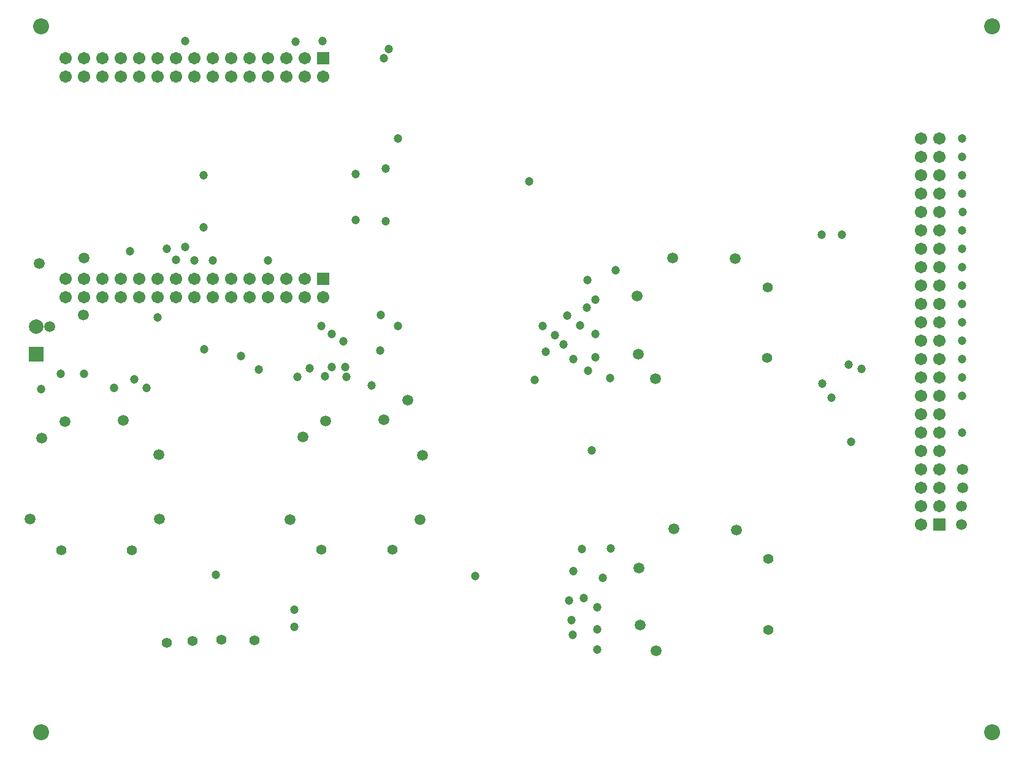
<source format=gbs>
G04 Layer_Color=16711935*
%FSLAX25Y25*%
%MOIN*%
G70*
G01*
G75*
%ADD60C,0.08674*%
%ADD61C,0.06706*%
%ADD62R,0.06706X0.06706*%
%ADD63R,0.06706X0.06706*%
%ADD64C,0.07887*%
%ADD65R,0.07887X0.07887*%
%ADD66C,0.04737*%
%ADD67C,0.05918*%
%ADD68C,0.05524*%
%ADD69C,0.05800*%
D60*
X535000Y16000D02*
D03*
Y400000D02*
D03*
X18000D02*
D03*
Y16000D02*
D03*
D61*
X496400Y138900D02*
D03*
Y128900D02*
D03*
X506400Y138900D02*
D03*
Y148900D02*
D03*
X496400D02*
D03*
X506400Y158900D02*
D03*
X496400D02*
D03*
X506400Y168900D02*
D03*
X496400D02*
D03*
X506400Y178900D02*
D03*
X496400D02*
D03*
X506400Y188900D02*
D03*
X496400D02*
D03*
X506400Y198900D02*
D03*
X496400D02*
D03*
X506400Y208900D02*
D03*
X496400D02*
D03*
X506400Y218900D02*
D03*
X496400D02*
D03*
X506400Y228900D02*
D03*
X496400D02*
D03*
X506400Y238900D02*
D03*
X496400D02*
D03*
X506400Y248900D02*
D03*
X496400D02*
D03*
X506400Y258900D02*
D03*
X496400D02*
D03*
X506400Y268900D02*
D03*
X496400D02*
D03*
X506400Y278900D02*
D03*
X496400D02*
D03*
X506400Y288900D02*
D03*
X496400D02*
D03*
X506400Y298900D02*
D03*
X496400D02*
D03*
X506400Y308900D02*
D03*
X496400D02*
D03*
X506400Y318900D02*
D03*
X496400D02*
D03*
X506400Y328900D02*
D03*
X496400D02*
D03*
X506400Y338900D02*
D03*
X496400D02*
D03*
X171500Y372400D02*
D03*
X161500Y382400D02*
D03*
Y372400D02*
D03*
X151500Y382400D02*
D03*
Y372400D02*
D03*
X141500Y382400D02*
D03*
Y372400D02*
D03*
X131500Y382400D02*
D03*
Y372400D02*
D03*
X121500Y382400D02*
D03*
Y372400D02*
D03*
X111500Y382400D02*
D03*
Y372400D02*
D03*
X101500Y382400D02*
D03*
Y372400D02*
D03*
X91500Y382400D02*
D03*
Y372400D02*
D03*
X81500Y382400D02*
D03*
Y372400D02*
D03*
X71500Y382400D02*
D03*
Y372400D02*
D03*
X61500Y382400D02*
D03*
Y372400D02*
D03*
X51500Y382400D02*
D03*
Y372400D02*
D03*
X41500Y382400D02*
D03*
Y372400D02*
D03*
X31500Y382400D02*
D03*
Y372400D02*
D03*
X171500Y252400D02*
D03*
X161500Y262400D02*
D03*
Y252400D02*
D03*
X151500Y262400D02*
D03*
Y252400D02*
D03*
X141500Y262400D02*
D03*
Y252400D02*
D03*
X131500Y262400D02*
D03*
Y252400D02*
D03*
X121500Y262400D02*
D03*
Y252400D02*
D03*
X111500Y262400D02*
D03*
Y252400D02*
D03*
X101500Y262400D02*
D03*
Y252400D02*
D03*
X91500Y262400D02*
D03*
Y252400D02*
D03*
X81500Y262400D02*
D03*
Y252400D02*
D03*
X71500Y262400D02*
D03*
Y252400D02*
D03*
X61500Y262400D02*
D03*
Y252400D02*
D03*
X51500Y262400D02*
D03*
Y252400D02*
D03*
X41500Y262400D02*
D03*
Y252400D02*
D03*
X31500Y262400D02*
D03*
Y252400D02*
D03*
D62*
X506400Y128900D02*
D03*
D63*
X171500Y382400D02*
D03*
Y262400D02*
D03*
D64*
X15500Y236500D02*
D03*
D65*
Y221500D02*
D03*
D66*
X207000Y387500D02*
D03*
X204500Y382500D02*
D03*
X283500Y315500D02*
D03*
X205300Y322500D02*
D03*
X205500Y294000D02*
D03*
X189000Y319500D02*
D03*
Y294500D02*
D03*
X106500Y319000D02*
D03*
Y290500D02*
D03*
X212000Y236800D02*
D03*
X453500Y286500D02*
D03*
X464000Y213500D02*
D03*
X315000Y262000D02*
D03*
X202300Y223600D02*
D03*
X307400Y218900D02*
D03*
X307100Y68700D02*
D03*
X306400Y76900D02*
D03*
X313000Y88800D02*
D03*
X307500Y103600D02*
D03*
X314800Y246700D02*
D03*
X290900Y236800D02*
D03*
X311200Y237300D02*
D03*
X304100Y242400D02*
D03*
X320500Y60800D02*
D03*
X75600Y203100D02*
D03*
X68800Y207900D02*
D03*
X155800Y73100D02*
D03*
X323600Y99800D02*
D03*
X170500Y236800D02*
D03*
X41500Y210800D02*
D03*
X18100Y202400D02*
D03*
X28800Y210700D02*
D03*
X172575Y209600D02*
D03*
X197700Y204600D02*
D03*
X320300Y71700D02*
D03*
X327500Y208600D02*
D03*
X319300Y219900D02*
D03*
X319400Y232600D02*
D03*
X330300Y267200D02*
D03*
X319400Y251100D02*
D03*
X57900Y203100D02*
D03*
X184000Y209300D02*
D03*
X157400Y209100D02*
D03*
X327700Y116000D02*
D03*
X442700Y205400D02*
D03*
X106800Y224200D02*
D03*
X317600Y169200D02*
D03*
X136600Y213100D02*
D03*
X202800Y242900D02*
D03*
X126700Y220400D02*
D03*
X182500Y228400D02*
D03*
X457000Y216000D02*
D03*
X447700Y197700D02*
D03*
X442500Y286500D02*
D03*
X254000Y101000D02*
D03*
X113000Y101500D02*
D03*
X96500Y280000D02*
D03*
X91500Y273000D02*
D03*
X86500Y279000D02*
D03*
X101500Y272500D02*
D03*
X111500D02*
D03*
X141500D02*
D03*
X81500Y241500D02*
D03*
X66500Y277400D02*
D03*
X96500Y392000D02*
D03*
X171100D02*
D03*
X156500Y391500D02*
D03*
X212000Y339000D02*
D03*
X518900Y338900D02*
D03*
Y328900D02*
D03*
Y318900D02*
D03*
Y308900D02*
D03*
X519000Y299000D02*
D03*
X518900Y288900D02*
D03*
Y278900D02*
D03*
Y268900D02*
D03*
Y258900D02*
D03*
Y248900D02*
D03*
Y238900D02*
D03*
Y228900D02*
D03*
Y218900D02*
D03*
Y208900D02*
D03*
Y198900D02*
D03*
X458500Y174000D02*
D03*
X155853Y82647D02*
D03*
X518900Y178900D02*
D03*
X176000Y232500D02*
D03*
X164000Y214000D02*
D03*
X176000Y214500D02*
D03*
X183500D02*
D03*
X320500Y84000D02*
D03*
X305000Y87500D02*
D03*
X312000Y115500D02*
D03*
X286500Y207500D02*
D03*
X292500Y223000D02*
D03*
X315500Y212500D02*
D03*
X297500Y232000D02*
D03*
X302000Y227000D02*
D03*
D67*
X17000Y271000D02*
D03*
X217500Y196500D02*
D03*
X351953Y208026D02*
D03*
X352353Y60239D02*
D03*
X343826Y74266D02*
D03*
X160367Y176394D02*
D03*
X204487Y185900D02*
D03*
X18353Y175847D02*
D03*
X62900Y185500D02*
D03*
X342200Y253273D02*
D03*
X172700Y185240D02*
D03*
X342826Y221653D02*
D03*
X343026Y105161D02*
D03*
X12000Y132000D02*
D03*
X82000Y167000D02*
D03*
X30953Y185000D02*
D03*
X41000Y243000D02*
D03*
X22900Y236500D02*
D03*
X41500Y274000D02*
D03*
X82500Y132000D02*
D03*
X225500Y166500D02*
D03*
X224000Y131500D02*
D03*
X153500D02*
D03*
X362000Y126500D02*
D03*
X396000Y126000D02*
D03*
X395500Y273500D02*
D03*
X361300Y274000D02*
D03*
X518500Y129000D02*
D03*
Y139000D02*
D03*
X519000Y149000D02*
D03*
Y159000D02*
D03*
D68*
X413100Y257959D02*
D03*
X412900Y219373D02*
D03*
X413500Y110172D02*
D03*
X413300Y71587D02*
D03*
X208972Y115200D02*
D03*
X170587D02*
D03*
X67386Y114800D02*
D03*
X29000D02*
D03*
X116000Y66186D02*
D03*
X100500Y65500D02*
D03*
X86500Y64500D02*
D03*
X134000Y66000D02*
D03*
D69*
X518900Y158900D02*
D03*
M02*

</source>
